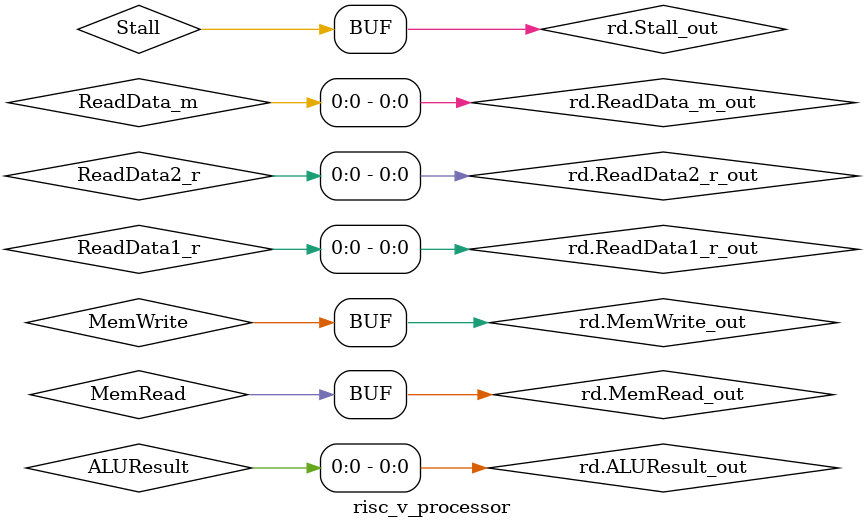
<source format=sv>
module risc_v_processor (RISC_if.DUT rd);

	// Parameters

	parameter INSTR_MEM_DEPTH = 256;



	//////////////////////// Internal Wires ////////////////////////

	// Control Unit Signals

	wire MemWrite, MemRead, ALUSrc, RegWrite, RegWrite_f;

	wire [1:0] PCSrc, ResultSrc;

	wire [1:0] ImmSrc;

	wire [3:0] ALUControl;



	// Intruction Fetch

	wire [31:0] PC , PCPlus4, PCTarget, Instr;

	reg [31:0] PCNext;



	// Instruction Decode

	wire [6:0] op;

	wire [2:0] funct3;

	wire funct7;

	wire [4:0] A1_r, A2_r, A3_r;

	wire [24:0] Imm;

	wire [31:0] ImmExt, ReadData1_r, ReadData2_r;



	// Instruction Execute

	wire [31:0] SrcB, ALUResult;

	wire Branch_Sig;



	// Memory/WriteBack

	wire [31:0] ReadData_m;

	reg [31:0] Result_wb;

	wire Stall;


	//////////////////////// Instruction Fetch ////////////////////////

	// Mux (PCSrc)

	always @(*) begin

		case (PCSrc)

			2'b00: /*------------------------------------------------------------------------------

			-*/ PCNext = PCPlus4;

			/*------------------------------------------------------------------------------*/

			2'b01: /*------------------------------------------------------------------------------

			-*/ PCNext = PCTarget;

			/*------------------------------------------------------------------------------*/

			2'b10: /*------------------------------------------------------------------------------

			-*/ PCNext = ALUResult;

			/*------------------------------------------------------------------------------*/

			default : 

				PCNext = PC + 4 ;

		endcase

	end



	// PC Module Instantiation

	PC PC0 (.clk(rd.clk), .RST_n(rd.RST_n), .EN(~Stall), .PCNext(PCNext), .PC(PC));



	// PC Adder

	assign PCPlus4 = PC + 32'h4;



	// Instruction Memory Instantiation

	instruction_memory #(.DEPTH(INSTR_MEM_DEPTH)) I_MEM (.A(PC[$clog2(INSTR_MEM_DEPTH)+1:0]),.RD(Instr));



	//////////////////////// Instruction Decode ////////////////////////

	// Instruction Decoder: Extracting bit-fields from instructions

	instruction_decoder I_DEC (.instr(Instr), .op(op), .funct3(funct3),

							   .funct7(funct7), .A1(A1_r), .A2(A2_r),

							   .A3(A3_r), .Imm(Imm));



	// Control Unit Instantiation

	Control_Unit CU (.op(op), .funct3(funct3), .funct7(funct7), .branch_signal(Branch_Sig),

					 .PCSrc(PCSrc), .ResultSrc(ResultSrc), .MemWrite(MemWrite), .MemRead(MemRead),

					 .ALUControl(ALUControl), .ALUSrc(ALUSrc), .ImmSrc(ImmSrc),

					 .RegWrite(RegWrite), .i_type(i_type));



	assign RegWrite_f = (!Stall) ? RegWrite : 1'b0;



	// Register File Instantiation

	reg_file #(.reg_file_depth(32)) RegFile (.clk(rd.clk), .rst_n(rd.RST_n), .we3(RegWrite_f),

						   					 .a1(A1_r), .a2(A2_r), .a3(A3_r), .wd3(Result_wb),

						   					 .rd1(ReadData1_r), .rd2(ReadData2_r));



	// Sign Extention for Immediate Values

	extend ImmExtend (.instr(Imm), .ImmSrc(ImmSrc), .ImmExt(ImmExt));



	// Mux (ALUSrc)

	assign SrcB = (ALUSrc) ? ImmExt : ReadData2_r;



	//////////////////////// Instruction Execute ////////////////////////

	// ALU Instantiation

	ALU ALU0 (.i_type(i_type), .op(op), .SrcA(ReadData1_r), .SrcB(SrcB), .ALUControl(ALUControl),

			  .ALUResult(ALUResult), .branch_signal(Branch_Sig));



	// PCTarget (Jump/Branch Instructions)

	assign PCTarget = PC + ImmExt;



	//////////////////////// Memory / WriteBack ////////////////////////



	// Data Memory System Integration Goes Here ...

	cache_top MemSystem (.clk(rd.clk), .rst_n(rd.RST_n), .mem_read(MemRead), .mem_write(MemWrite),

						 .word_address(ALUResult[9:0]), .data_in(ReadData2_r), .stall(Stall), .data_out(ReadData_m));

	// Data Memory Instantiation

	// data_memory Data_Mem (.clk(rd.clk), .we(rd.MemWrite), .a(rd.ALUResult), .wd(rd.ReadData2_r), .rd(rd.ReadData_m));



	// Mux (ResultSrc)

	always @(*) begin

		case (ResultSrc)

			2'b00: /*------------------------------------------------------------------------------

			-*/ Result_wb = ALUResult;

			/*------------------------------------------------------------------------------*/

			2'b01: /*------------------------------------------------------------------------------

			-*/ Result_wb = ReadData_m;

			/*------------------------------------------------------------------------------*/

			2'b10: /*------------------------------------------------------------------------------

			-*/ Result_wb = PCPlus4;

			/*------------------------------------------------------------------------------*/

			default : Result_wb = 32'b0;

		endcase

	end

	



	// ////////////////////////////// Outputs /////////////////////////////

	assign rd.current_instruction = Instr;

	assign rd.PC_out = PC[$clog2(INSTR_MEM_DEPTH)+1:0];

	assign rd.PCNext_out = PCNext[$clog2(INSTR_MEM_DEPTH)+1:0];

	assign rd.MemWrite_out = MemWrite;

	assign rd.MemRead_out = MemRead;
	
	assign rd.ALUResult_out = ALUResult;
	
	assign rd.ReadData_m_out = ReadData_m;
	
	assign rd.Stall_out = Stall;
	
	assign rd.ReadData1_r_out = ReadData1_r;
	
	assign rd.ReadData2_r_out = ReadData2_r;
	
	assign rd.ImmExt_out = ImmExt;



endmodule

</source>
